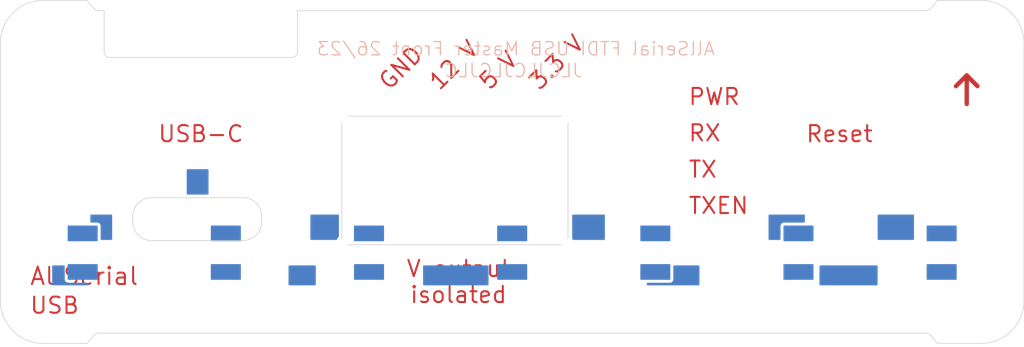
<source format=kicad_pcb>
(kicad_pcb (version 20240108) (generator "pcbnew") (generator_version "8.0")
  (layers (0 "F.Cu" signal) (31 "B.Cu" signal) (34 "B.Paste" user) (35 "F.Paste" user) (36 "B.SilkS" user "B.Silkscreen") (37 "F.SilkS" user "F.Silkscreen") (38 "B.Mask" user) (39 "F.Mask" user) (44 "Edge.Cuts" user))
  (net 0 "")
  (net 1 "S$1")
  (footprint "" (layer "F.Cu") (at 171.5011 106.2036)
    (property "Reference" "@HOLE0" (hide yes))
    (property "Value" "" (at 0 0 0) (layer "F.SilkS") (effects (font (size 1.27 1.27))))
    (pad "" np_thru_hole circle (at 0 0) (size 4.2 4.2) (drill 4.2) (layers "*.Cu" "*.Mask"))
  )
  (footprint "" (layer "F.Cu") (at 158.5011 107.3636)
    (property "Reference" "@HOLE4" (hide yes))
    (property "Value" "" (at 0 0 0) (layer "F.SilkS") (effects (font (size 1.27 1.27))))
    (pad "" np_thru_hole circle (at 0 0) (size 2 2) (drill 2) (layers "*.Cu" "*.Mask"))
  )
  (footprint "AllSerial_Front:Metz_PT11304HBBN_182" (layer "F.Cu") (at 144.5011 117.0036)
    (property "Reference" "E$2" (hide yes))
    (property "Value" "" (hide yes))
    (fp_line (start -7.9 -15.7) (end -7.9 -7.2) (stroke (width 0.05)) (layer "Edge.Cuts"))
    (fp_line (start -7.7 -6.9) (end 7.7 -6.9) (stroke (width 0.05)) (layer "Edge.Cuts"))
    (fp_line (start 7.7 -15.9) (end -7.7 -15.9) (stroke (width 0.05)) (layer "Edge.Cuts"))
    (fp_line (start 7.9 -7.2) (end 7.9 -15.7) (stroke (width 0.05)) (layer "Edge.Cuts"))
    (fp_arc (start -7.9 -15.7) (mid -7.841421 -15.841421) (end -7.7 -15.9) (stroke (width 0.05)) (layer "Edge.Cuts"))
    (fp_arc (start -7.7 -6.9) (mid -7.862131 -7.008579) (end -7.9 -7.2) (stroke (width 0.05)) (layer "Edge.Cuts"))
    (fp_arc (start 7.7 -15.9) (mid 7.841421 -15.841421) (end 7.9 -15.7) (stroke (width 0.05)) (layer "Edge.Cuts"))
    (fp_arc (start 7.899999 -7.199999) (mid 7.841906 -7.022062) (end 7.7 -6.9) (stroke (width 0.05)) (layer "Edge.Cuts"))
    (pad "" np_thru_hole circle (at -7.7 -15.7) (size 0.6 0.6) (drill 0.6) (layers "*.Cu" "*.Mask"))
    (pad "" np_thru_hole circle (at -7.7 -7.1) (size 0.6 0.6) (drill 0.6) (layers "*.Cu" "*.Mask"))
    (pad "" np_thru_hole circle (at 7.7 -15.7) (size 0.6 0.6) (drill 0.6) (layers "*.Cu" "*.Mask"))
    (pad "" np_thru_hole circle (at 7.7 -7.1) (size 0.6 0.6) (drill 0.6) (layers "*.Cu" "*.Mask"))
    (zone (net 0) (net_name "") (layer "B.Cu") (connect_pads (clearance 0)) (min_thickness 0.25)
      (keepout (tracks not_allowed) (vias not_allowed) (pads not_allowed) (copperpour not_allowed) (footprints allowed))
      (fill (thermal_gap 0.5) (thermal_bridge_width 0.5))
      (polygon (pts (xy 136.4011 100.9036) (xy 152.6011 100.9036) (xy 152.6011 110.2036) (xy 136.4011 110.2036)))
    )
  )
  (footprint "" (layer "F.Cu") (at 158.5011 102.2836)
    (property "Reference" "@HOLE2" (hide yes))
    (property "Value" "" (at 0 0 0) (layer "F.SilkS") (effects (font (size 1.27 1.27))))
    (pad "" np_thru_hole circle (at 0 0) (size 2 2) (drill 2) (layers "*.Cu" "*.Mask"))
  )
  (footprint "" (layer "F.Cu") (at 158.5011 104.8236)
    (property "Reference" "@HOLE3" (hide yes))
    (property "Value" "" (at 0 0 0) (layer "F.SilkS") (effects (font (size 1.27 1.27))))
    (pad "" np_thru_hole circle (at 0 0) (size 2 2) (drill 2) (layers "*.Cu" "*.Mask"))
  )
  (footprint "AllSerial_Front:Frontpanel_2_Holes" (layer "F.Cu") (at 148.5011 117.0036)
    (property "Reference" "E$3" (hide yes))
    (property "Value" "" (hide yes))
    (fp_rect (start -31 -8.2) (end -29 -7.2) (stroke (width 0.1)) (fill solid) (layer "B.Cu"))
    (fp_rect (start -31 -5.5) (end -29 -4.5) (stroke (width 0.1)) (fill solid) (layer "B.Cu"))
    (fp_rect (start -21 -8.2) (end -19 -7.2) (stroke (width 0.1)) (fill solid) (layer "B.Cu"))
    (fp_rect (start -21 -5.5) (end -19 -4.5) (stroke (width 0.1)) (fill solid) (layer "B.Cu"))
    (fp_rect (start -11 -8.2) (end -9 -7.2) (stroke (width 0.1)) (fill solid) (layer "B.Cu"))
    (fp_rect (start -11 -5.5) (end -9 -4.5) (stroke (width 0.1)) (fill solid) (layer "B.Cu"))
    (fp_rect (start -1 -8.2) (end 1 -7.2) (stroke (width 0.1)) (fill solid) (layer "B.Cu"))
    (fp_rect (start -1 -5.5) (end 1 -4.5) (stroke (width 0.1)) (fill solid) (layer "B.Cu"))
    (fp_rect (start 9 -8.2) (end 11 -7.2) (stroke (width 0.1)) (fill solid) (layer "B.Cu"))
    (fp_rect (start 9 -5.5) (end 11 -4.5) (stroke (width 0.1)) (fill solid) (layer "B.Cu"))
    (fp_rect (start 19 -8.2) (end 21 -7.2) (stroke (width 0.1)) (fill solid) (layer "B.Cu"))
    (fp_rect (start 19 -5.5) (end 21 -4.5) (stroke (width 0.1)) (fill solid) (layer "B.Cu"))
    (fp_rect (start 29 -8.2) (end 31 -7.2) (stroke (width 0.1)) (fill solid) (layer "B.Cu"))
    (fp_rect (start 29 -5.5) (end 31 -4.5) (stroke (width 0.1)) (fill solid) (layer "B.Cu"))
    (fp_line (start -35.75 -3) (end -35.75 -21) (stroke (width 0.05)) (layer "Edge.Cuts"))
    (fp_line (start -32.75 -24) (end -29.7 -24) (stroke (width 0.05)) (layer "Edge.Cuts"))
    (fp_line (start -32.75 0) (end -29.7 0) (stroke (width 0.05)) (layer "Edge.Cuts"))
    (fp_line (start -29.2 -23.4) (end -29.7 -24) (stroke (width 0.05)) (layer "Edge.Cuts"))
    (fp_line (start -29.2 -0.6) (end -29.7 0) (stroke (width 0.05)) (layer "Edge.Cuts"))
    (fp_line (start -28.9 -23.275736) (end -28.5 -23.275736) (stroke (width 0.05)) (layer "Edge.Cuts") (net 6553632))
    (fp_line (start -28.9 -0.724264) (end 28.9 -0.724264) (stroke (width 0.05)) (layer "Edge.Cuts"))
    (fp_line (start -28.5 -23.275736) (end -28.499999 -20.400001) (stroke (width 0.05)) (layer "Edge.Cuts"))
    (fp_line (start -28.1 -20) (end -15.4 -20) (stroke (width 0.05)) (layer "Edge.Cuts"))
    (fp_line (start -15 -23.275736) (end 28.9 -23.275736) (stroke (width 0.05)) (layer "Edge.Cuts") (net 6553632))
    (fp_line (start -15 -20.4) (end -15 -23.275736) (stroke (width 0.05)) (layer "Edge.Cuts"))
    (fp_line (start 29.7 -24) (end 29.2 -23.4) (stroke (width 0.05)) (layer "Edge.Cuts"))
    (fp_line (start 29.7 -24) (end 32.75 -24) (stroke (width 0.05)) (layer "Edge.Cuts"))
    (fp_line (start 29.7 0) (end 29.2 -0.6) (stroke (width 0.05)) (layer "Edge.Cuts"))
    (fp_line (start 32.75 0) (end 29.7 0) (stroke (width 0.05)) (layer "Edge.Cuts"))
    (fp_line (start 35.75 -21) (end 35.75 -3) (stroke (width 0.05)) (layer "Edge.Cuts"))
    (fp_arc (start -35.75 -21) (mid -34.87132 -23.12132) (end -32.75 -24) (stroke (width 0.05)) (layer "Edge.Cuts"))
    (fp_arc (start -32.75 0) (mid -34.87132 -0.87868) (end -35.75 -3) (stroke (width 0.05)) (layer "Edge.Cuts"))
    (fp_arc (start -29.2 -0.6) (mid -29.062359 -0.691969) (end -28.9 -0.724264) (stroke (width 0.05)) (layer "Edge.Cuts"))
    (fp_arc (start -28.9 -23.275736) (mid -29.062359 -23.308031) (end -29.2 -23.4) (stroke (width 0.05)) (layer "Edge.Cuts"))
    (fp_arc (start -28.099999 -20.000001) (mid -28.382842 -20.117158) (end -28.499999 -20.400001) (stroke (width 0.05)) (layer "Edge.Cuts"))
    (fp_arc (start -15 -20.4) (mid -15.117157 -20.117157) (end -15.4 -20) (stroke (width 0.05)) (layer "Edge.Cuts"))
    (fp_arc (start 28.9 -0.724264) (mid 29.062359 -0.691969) (end 29.2 -0.6) (stroke (width 0.05)) (layer "Edge.Cuts"))
    (fp_arc (start 29.2 -23.4) (mid 29.062359 -23.308031) (end 28.9 -23.275736) (stroke (width 0.05)) (layer "Edge.Cuts"))
    (fp_arc (start 32.75 -24) (mid 34.87132 -23.12132) (end 35.75 -21) (stroke (width 0.05)) (layer "Edge.Cuts"))
    (fp_arc (start 35.75 -3) (mid 34.87132 -0.87868) (end 32.75 0) (stroke (width 0.05)) (layer "Edge.Cuts"))
    (fp_text user "AllSerial" (at -33.75 -4 0) (layer "F.Cu") (effects (font (size 1.2065 1.2065) (thickness 0.1397)) (justify left bottom)))
    (pad "" np_thru_hole circle (at -31.75 -12) (size 3.2 3.2) (drill 3.2) (layers "*.Cu" "*.Mask"))
    (pad "" np_thru_hole circle (at 31.75 -12) (size 3.2 3.2) (drill 3.2) (layers "*.Cu" "*.Mask"))
  )
  (footprint "" (layer "F.Cu") (at 158.5011 99.7436)
    (property "Reference" "@HOLE1" (hide yes))
    (property "Value" "" (at 0 0 0) (layer "F.SilkS") (effects (font (size 1.27 1.27))))
    (pad "" np_thru_hole circle (at 0 0) (size 2 2) (drill 2) (layers "*.Cu" "*.Mask"))
  )
  (gr_line (start 123.3011 109.8036) (end 129.7011 109.8036) (stroke (width 0.05)) (layer "Edge.Cuts"))
  (gr_arc (start 122.0011 108.1036) (mid 122.381861 107.184361) (end 123.3011 106.8036) (stroke (width 0.05)) (layer "Edge.Cuts"))
  (gr_line (start 122.0011 108.1036) (end 122.0011 108.5036) (stroke (width 0.05)) (layer "Edge.Cuts"))
  (gr_line (start 123.3011 106.8036) (end 129.7011 106.8036) (stroke (width 0.05)) (layer "Edge.Cuts"))
  (gr_line (start 131.0011 108.1036) (end 131.0011 108.5036) (stroke (width 0.05)) (layer "Edge.Cuts"))
  (gr_arc (start 131.0011 108.5036) (mid 130.620339 109.422839) (end 129.7011 109.8036) (stroke (width 0.05)) (layer "Edge.Cuts"))
  (gr_arc (start 129.7011 106.8036) (mid 130.620339 107.184361) (end 131.0011 108.1036) (stroke (width 0.05)) (layer "Edge.Cuts"))
  (gr_arc (start 123.3011 109.8036) (mid 122.381861 109.422839) (end 122.0011 108.5036) (stroke (width 0.05)) (layer "Edge.Cuts"))
  (gr_text "RX" (at 160.7511 102.2836 0) (layer "F.Cu") (effects (font (size 1.1303 1.1303) (thickness 0.1397)) (justify left)))
  (gr_text "12 V" (at 142.9411 99.0036 45) (layer "F.Cu") (effects (font (size 1.1303 1.1303) (thickness 0.1397)) (justify left)))
  (gr_text "5 V" (at 146.4411 99.0036 45) (layer "F.Cu") (effects (font (size 1.1303 1.1303) (thickness 0.1397)) (justify left)))
  (gr_text "3.3 V" (at 149.9411 99.0036 45) (layer "F.Cu") (effects (font (size 1.1303 1.1303) (thickness 0.1397)) (justify left)))
  (gr_text "TXEN" (at 160.7511 107.3636 0) (layer "F.Cu") (effects (font (size 1.1303 1.1303) (thickness 0.1397)) (justify left)))
  (gr_text "USB-C" (at 126.7511 103.0036 0) (layer "F.Cu") (effects (font (size 1.1303 1.1303) (thickness 0.1397)) (justify bottom)))
  (gr_text "PWR" (at 160.7511 99.7436 0) (layer "F.Cu") (effects (font (size 1.1303 1.1303) (thickness 0.1397)) (justify left)))
  (gr_text "V output\nisolated" (at 144.7511 114.2536 0) (layer "F.Cu") (effects (font (size 1.1303 1.1303) (thickness 0.1397)) (justify bottom)))
  (gr_text "GND" (at 139.4411 99.0036 45) (layer "F.Cu") (effects (font (size 1.1303 1.1303) (thickness 0.1397)) (justify left)))
  (gr_text "Reset" (at 171.3611 103.0036 0) (layer "F.Cu") (effects (font (size 1.1303 1.1303) (thickness 0.1397)) (justify bottom)))
  (gr_text "TX" (at 160.7511 104.8236 0) (layer "F.Cu") (effects (font (size 1.1303 1.1303) (thickness 0.1397)) (justify left)))
  (gr_text "USB" (at 114.7511 115.0036 0) (layer "F.Cu") (effects (font (size 1.1303 1.1303) (thickness 0.1397)) (justify left bottom)))
  (gr_text "JLCJLCJLCJLC" (at 153.4541 98.4616 0) (layer "B.SilkS") (effects (font (size 0.93472 0.93472) (thickness 0.08128)) (justify left bottom mirror)))
  (gr_text "AllSerial FTDI USB Master Front 26/23" (at 162.7251 96.9376 0) (layer "B.SilkS") (effects (font (size 0.93472 0.93472) (thickness 0.08128)) (justify left bottom mirror)))
  (segment (start 180.2511 98.2536) (end 181.0011 99.0036) (width 0.3048) (layer "F.Cu") (net 1))
  (segment (start 180.2511 100.2536) (end 180.2511 98.2536) (width 0.3048) (layer "F.Cu") (net 1))
  (segment (start 180.2511 98.2536) (end 179.5011 99.0036) (width 0.3048) (layer "F.Cu") (net 1))
  (zone (net 0) (net_name "") (layer "B.Cu") (priority 6) (connect_pads (clearance 0.000001)) (min_thickness 0.127) (fill yes (thermal_gap 0.304) (thermal_bridge_width 0.304))
    (polygon (pts (xy 176.5681 109.7646) (xy 174.0281 109.7646) (xy 174.0281 107.9866) (xy 176.5681 107.9866)))
  )
  (zone (net 0) (net_name "") (layer "B.Cu") (priority 6) (connect_pads (clearance 0.000001)) (min_thickness 0.127) (fill yes (thermal_gap 0.304) (thermal_bridge_width 0.304))
    (polygon (pts (xy 134.7851 112.9396) (xy 132.8801 112.9396) (xy 132.8801 111.5426) (xy 134.7851 111.5426)))
  )
  (zone (net 0) (net_name "") (layer "B.Cu") (priority 6) (connect_pads (clearance 0.000001)) (min_thickness 0.127) (fill yes (thermal_gap 0.304) (thermal_bridge_width 0.304))
    (polygon (pts (xy 136.4361 109.7646) (xy 134.4041 109.7646) (xy 134.4041 107.9866) (xy 136.4361 107.9866)))
  )
  (zone (net 0) (net_name "") (layer "B.Cu") (priority 6) (connect_pads (clearance 0.000001)) (min_thickness 0.127) (fill yes (thermal_gap 0.304) (thermal_bridge_width 0.304))
    (polygon (pts (xy 127.2921 106.5896) (xy 125.7681 106.5896) (xy 125.7681 104.8116) (xy 127.2921 104.8116)))
  )
  (zone (net 0) (net_name "") (layer "B.Cu") (priority 6) (connect_pads (clearance 0.000001)) (min_thickness 0.127) (fill yes (thermal_gap 0.304) (thermal_bridge_width 0.304))
    (polygon (pts (xy 118.9101 112.9396) (xy 116.3701 112.9396) (xy 116.3701 111.5426) (xy 118.9101 111.5426)))
  )
  (zone (net 0) (net_name "") (layer "B.Cu") (priority 6) (connect_pads (clearance 0.000001)) (min_thickness 0.127) (fill yes (thermal_gap 0.304) (thermal_bridge_width 0.304))
    (polygon (pts (xy 120.5611 109.7646) (xy 119.0371 109.7646) (xy 119.0371 107.9866) (xy 120.5611 107.9866)))
  )
  (zone (net 0) (net_name "") (layer "B.Cu") (priority 6) (connect_pads (clearance 0.000001)) (min_thickness 0.127) (fill yes (thermal_gap 0.304) (thermal_bridge_width 0.304))
    (polygon (pts (xy 168.9481 109.7646) (xy 166.4081 109.7646) (xy 166.4081 107.9866) (xy 168.9481 107.9866)))
  )
  (zone (net 0) (net_name "") (layer "B.Cu") (priority 6) (connect_pads (clearance 0.000001)) (min_thickness 0.127) (fill yes (thermal_gap 0.304) (thermal_bridge_width 0.304))
    (polygon (pts (xy 146.8501 112.9396) (xy 142.2781 112.9396) (xy 142.2781 111.5426) (xy 146.8501 111.5426)))
  )
  (zone (net 0) (net_name "") (layer "B.Cu") (priority 6) (connect_pads (clearance 0.000001)) (min_thickness 0.127) (fill yes (thermal_gap 0.304) (thermal_bridge_width 0.304))
    (polygon (pts (xy 161.5821 112.9396) (xy 157.8991 112.9396) (xy 157.8991 111.5426) (xy 161.5821 111.5426)))
  )
  (zone (net 0) (net_name "") (layer "B.Cu") (priority 6) (connect_pads (clearance 0.000001)) (min_thickness 0.127) (fill yes (thermal_gap 0.304) (thermal_bridge_width 0.304))
    (polygon (pts (xy 174.0281 112.9396) (xy 169.9641 112.9396) (xy 169.9641 111.5426) (xy 174.0281 111.5426)))
  )
  (zone (net 0) (net_name "") (layer "B.Cu") (priority 6) (connect_pads (clearance 0.000001)) (min_thickness 0.127) (fill yes (thermal_gap 0.304) (thermal_bridge_width 0.304))
    (polygon (pts (xy 154.9781 109.7646) (xy 152.6921 109.7646) (xy 152.6921 107.9866) (xy 154.9781 107.9866)))
  )
)
</source>
